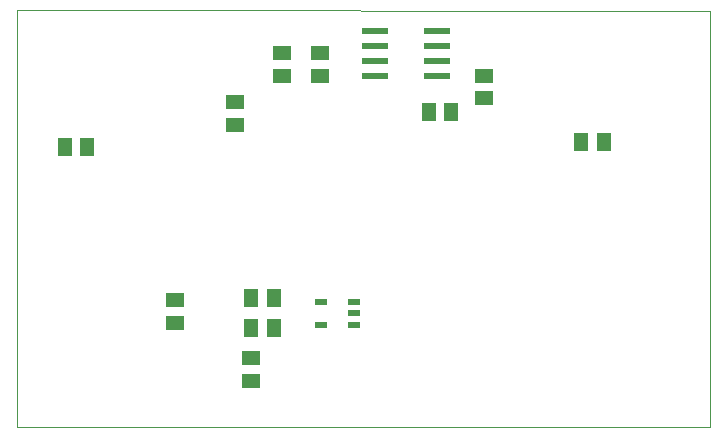
<source format=gtp>
G75*
%MOIN*%
%OFA0B0*%
%FSLAX25Y25*%
%IPPOS*%
%LPD*%
%AMOC8*
5,1,8,0,0,1.08239X$1,22.5*
%
%ADD10C,0.00000*%
%ADD11R,0.05118X0.05906*%
%ADD12R,0.05906X0.05118*%
%ADD13R,0.04331X0.02362*%
%ADD14R,0.08700X0.02400*%
D10*
X0021800Y0021800D02*
X0021800Y0160501D01*
X0252745Y0160343D01*
X0252745Y0021800D01*
X0021800Y0021800D01*
D11*
X0099713Y0054556D03*
X0107194Y0054556D03*
X0107194Y0064556D03*
X0099713Y0064556D03*
X0045146Y0114989D03*
X0037666Y0114989D03*
X0158868Y0126800D03*
X0166348Y0126800D03*
X0209753Y0116643D03*
X0217233Y0116643D03*
D12*
X0177238Y0131292D03*
X0177238Y0138772D03*
X0122829Y0138787D03*
X0122829Y0146267D03*
X0110034Y0146262D03*
X0110034Y0138781D03*
X0094359Y0129910D03*
X0094359Y0122430D03*
X0074202Y0063926D03*
X0074202Y0056446D03*
X0099722Y0044622D03*
X0099722Y0037141D03*
D13*
X0122942Y0055816D03*
X0122942Y0063296D03*
X0133965Y0063296D03*
X0133965Y0059556D03*
X0133965Y0055816D03*
D14*
X0141133Y0138797D03*
X0141133Y0143797D03*
X0141133Y0148797D03*
X0141133Y0153797D03*
X0161733Y0153797D03*
X0161733Y0148797D03*
X0161733Y0143797D03*
X0161733Y0138797D03*
M02*

</source>
